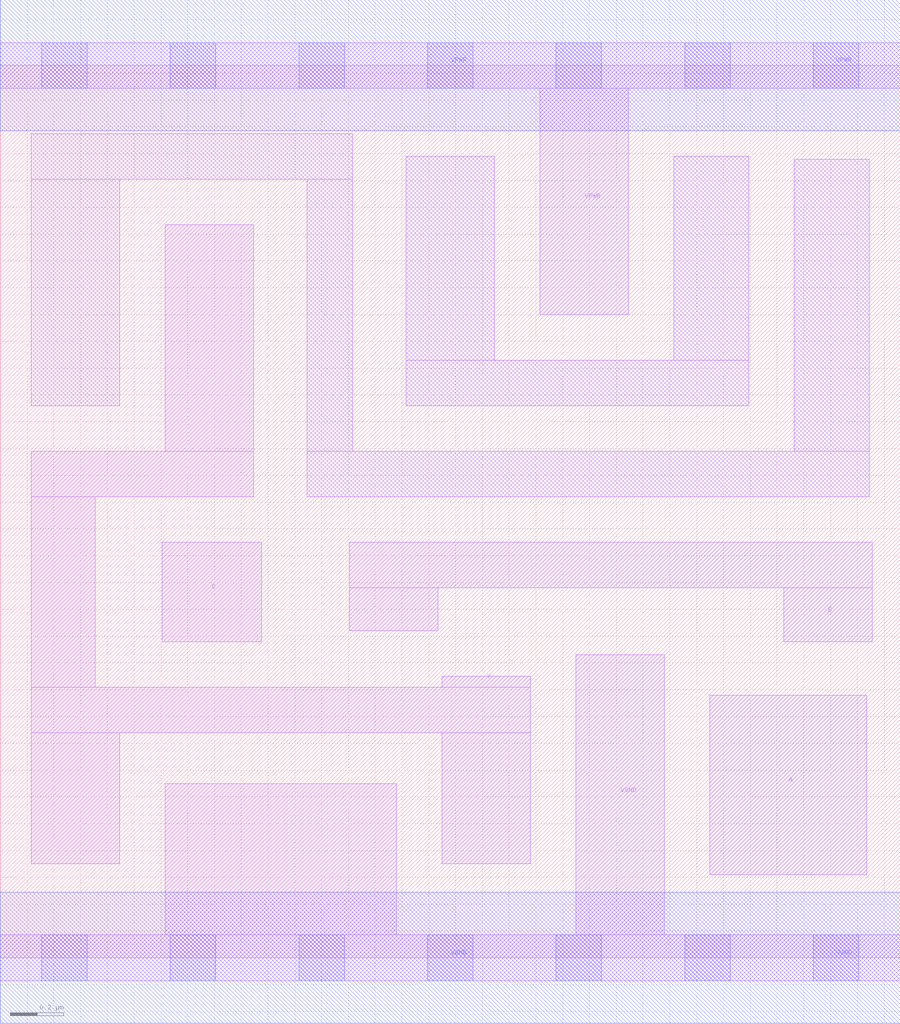
<source format=lef>
# Copyright 2020 The SkyWater PDK Authors
#
# Licensed under the Apache License, Version 2.0 (the "License");
# you may not use this file except in compliance with the License.
# You may obtain a copy of the License at
#
#     https://www.apache.org/licenses/LICENSE-2.0
#
# Unless required by applicable law or agreed to in writing, software
# distributed under the License is distributed on an "AS IS" BASIS,
# WITHOUT WARRANTIES OR CONDITIONS OF ANY KIND, either express or implied.
# See the License for the specific language governing permissions and
# limitations under the License.
#
# SPDX-License-Identifier: Apache-2.0

VERSION 5.7 ;
  NAMESCASESENSITIVE ON ;
  NOWIREEXTENSIONATPIN ON ;
  DIVIDERCHAR "/" ;
  BUSBITCHARS "[]" ;
UNITS
  DATABASE MICRONS 200 ;
END UNITS
MACRO sky130_fd_sc_ms__nor3_2
  CLASS CORE ;
  SOURCE USER ;
  FOREIGN sky130_fd_sc_ms__nor3_2 ;
  ORIGIN  0.000000  0.000000 ;
  SIZE  3.360000 BY  3.330000 ;
  SYMMETRY X Y ;
  SITE unit ;
  PIN A
    ANTENNAGATEAREA  0.514200 ;
    DIRECTION INPUT ;
    USE SIGNAL ;
    PORT
      LAYER li1 ;
        RECT 2.650000 0.310000 3.235000 0.980000 ;
    END
  END A
  PIN B
    ANTENNAGATEAREA  0.514200 ;
    DIRECTION INPUT ;
    USE SIGNAL ;
    PORT
      LAYER li1 ;
        RECT 1.305000 1.220000 1.635000 1.380000 ;
        RECT 1.305000 1.380000 3.255000 1.550000 ;
        RECT 2.925000 1.180000 3.255000 1.380000 ;
    END
  END B
  PIN C
    ANTENNAGATEAREA  0.514200 ;
    DIRECTION INPUT ;
    USE SIGNAL ;
    PORT
      LAYER li1 ;
        RECT 0.605000 1.180000 0.975000 1.550000 ;
    END
  END C
  PIN Y
    ANTENNADIFFAREA  0.828300 ;
    DIRECTION OUTPUT ;
    USE SIGNAL ;
    PORT
      LAYER li1 ;
        RECT 0.115000 0.350000 0.445000 0.840000 ;
        RECT 0.115000 0.840000 1.980000 1.010000 ;
        RECT 0.115000 1.010000 0.355000 1.720000 ;
        RECT 0.115000 1.720000 0.945000 1.890000 ;
        RECT 0.615000 1.890000 0.945000 2.735000 ;
        RECT 1.650000 0.350000 1.980000 0.840000 ;
        RECT 1.650000 1.010000 1.980000 1.050000 ;
    END
  END Y
  PIN VGND
    DIRECTION INOUT ;
    USE GROUND ;
    PORT
      LAYER li1 ;
        RECT 0.000000 -0.085000 3.360000 0.085000 ;
        RECT 0.615000  0.085000 1.480000 0.650000 ;
        RECT 2.150000  0.085000 2.480000 1.130000 ;
      LAYER mcon ;
        RECT 0.155000 -0.085000 0.325000 0.085000 ;
        RECT 0.635000 -0.085000 0.805000 0.085000 ;
        RECT 1.115000 -0.085000 1.285000 0.085000 ;
        RECT 1.595000 -0.085000 1.765000 0.085000 ;
        RECT 2.075000 -0.085000 2.245000 0.085000 ;
        RECT 2.555000 -0.085000 2.725000 0.085000 ;
        RECT 3.035000 -0.085000 3.205000 0.085000 ;
      LAYER met1 ;
        RECT 0.000000 -0.245000 3.360000 0.245000 ;
    END
  END VGND
  PIN VPWR
    DIRECTION INOUT ;
    USE POWER ;
    PORT
      LAYER li1 ;
        RECT 0.000000 3.245000 3.360000 3.415000 ;
        RECT 2.015000 2.400000 2.345000 3.245000 ;
      LAYER mcon ;
        RECT 0.155000 3.245000 0.325000 3.415000 ;
        RECT 0.635000 3.245000 0.805000 3.415000 ;
        RECT 1.115000 3.245000 1.285000 3.415000 ;
        RECT 1.595000 3.245000 1.765000 3.415000 ;
        RECT 2.075000 3.245000 2.245000 3.415000 ;
        RECT 2.555000 3.245000 2.725000 3.415000 ;
        RECT 3.035000 3.245000 3.205000 3.415000 ;
      LAYER met1 ;
        RECT 0.000000 3.085000 3.360000 3.575000 ;
    END
  END VPWR
  OBS
    LAYER li1 ;
      RECT 0.115000 2.060000 0.445000 2.905000 ;
      RECT 0.115000 2.905000 1.315000 3.075000 ;
      RECT 1.145000 1.720000 3.245000 1.890000 ;
      RECT 1.145000 1.890000 1.315000 2.905000 ;
      RECT 1.515000 2.060000 2.795000 2.230000 ;
      RECT 1.515000 2.230000 1.845000 2.990000 ;
      RECT 2.515000 2.230000 2.795000 2.990000 ;
      RECT 2.965000 1.890000 3.245000 2.980000 ;
  END
END sky130_fd_sc_ms__nor3_2

</source>
